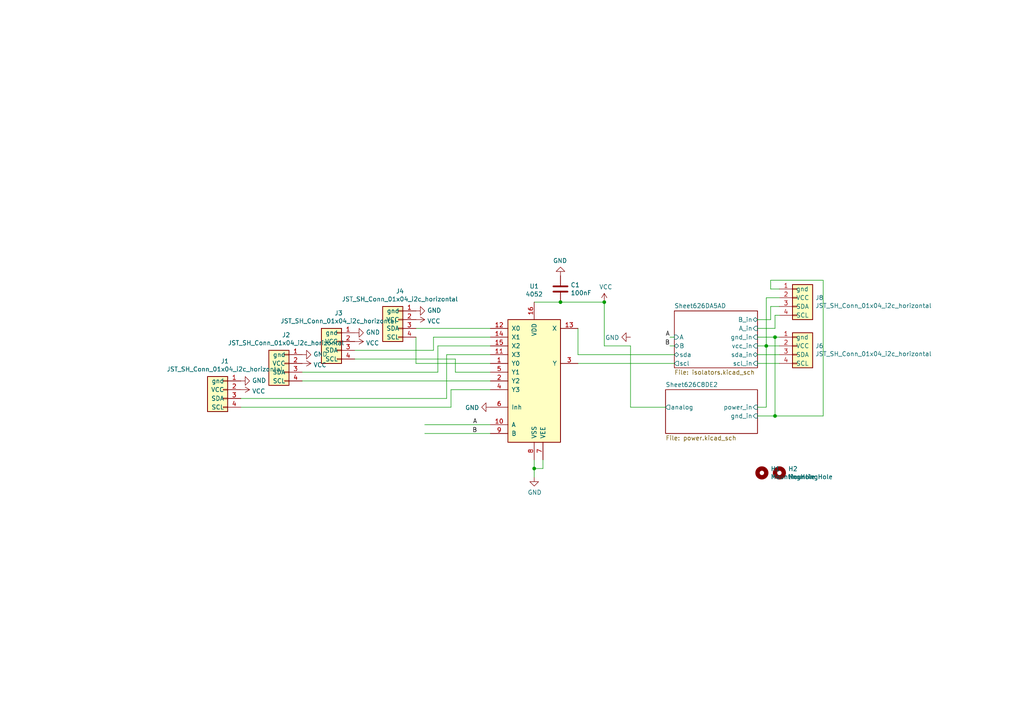
<source format=kicad_sch>
(kicad_sch (version 20211123) (generator eeschema)
  (paper "A4")
  (lib_symbols
    (symbol "0JLC:100nF" (pin_numbers hide) (pin_names (offset 0.254))
      (property "Reference" "C" (at 0.635 2.54 0))
      (property "Value" "0JLC_100nF" (at 0.635 -2.54 0))
      (symbol "100nF_0_1"
        (polyline (pts (xy -2.032 -0.762) (xy 2.032 -0.762)) (stroke (width 0.508)))
        (polyline (pts (xy -2.032 0.762) (xy 2.032 0.762)) (stroke (width 0.508)))
      )
      (symbol "100nF_1_1"
        (pin passive line (at 0 3.81 270) (length 2.794) (name "~") (number "1"))
        (pin passive line (at 0 -3.81 90) (length 2.794) (name "~") (number "2"))
      )
    )
    (symbol "0JLC:JST_SH_Conn_01x04_i2c_horizontal" (pin_names (offset 1.016))
      (property "Reference" "J" (at 0 5.08 0))
      (property "Value" "0JLC_JST_SH_Conn_01x04_i2c_horizontal" (at 0 -7.62 0))
      (symbol "JST_SH_Conn_01x04_i2c_horizontal_1_1"
        (rectangle (start -1.27 -4.953) (end 0 -5.207) (stroke (width 0.1524)))
        (rectangle (start -1.27 -2.413) (end 0 -2.667) (stroke (width 0.1524)))
        (rectangle (start -1.27 0.127) (end 0 -0.127) (stroke (width 0.1524)))
        (rectangle (start -1.27 2.667) (end 0 2.413) (stroke (width 0.1524)))
        (rectangle (start -1.27 3.81) (end 4.572 -6.35) (stroke (width 0.254)) (fill (type background)))
        (pin passive line (at -5.08 2.54 0) (length 3.81) (name "gnd") (number "1"))
        (pin passive line (at -5.08 0 0) (length 3.81) (name "VCC") (number "2"))
        (pin passive line (at -5.08 -2.54 0) (length 3.81) (name "SDA") (number "3"))
        (pin passive line (at -5.08 -5.08 0) (length 3.81) (name "SCL") (number "4"))
      )
    )
    (symbol "4xxx:4052" (pin_names (offset 1.016))
      (property "Reference" "U" (at -7.62 19.05 0))
      (property "Value" "4052" (at -7.62 -19.05 0))
      (symbol "4052_1_0"
        (pin passive line (at -12.7 5.08 0) (length 5.08) (name "Y0") (number "1"))
        (pin input line (at -12.7 -12.7 0) (length 5.08) (name "A") (number "10"))
        (pin passive line (at -12.7 7.62 0) (length 5.08) (name "X3") (number "11"))
        (pin passive line (at -12.7 15.24 0) (length 5.08) (name "X0") (number "12"))
        (pin passive line (at 12.7 15.24 180) (length 5.08) (name "X") (number "13"))
        (pin passive line (at -12.7 12.7 0) (length 5.08) (name "X1") (number "14"))
        (pin passive line (at -12.7 10.16 0) (length 5.08) (name "X2") (number "15"))
        (pin power_in line (at 0 22.86 270) (length 5.08) (name "VDD") (number "16"))
        (pin passive line (at -12.7 0 0) (length 5.08) (name "Y2") (number "2"))
        (pin passive line (at 12.7 5.08 180) (length 5.08) (name "Y") (number "3"))
        (pin passive line (at -12.7 -2.54 0) (length 5.08) (name "Y3") (number "4"))
        (pin passive line (at -12.7 2.54 0) (length 5.08) (name "Y1") (number "5"))
        (pin input line (at -12.7 -7.62 0) (length 5.08) (name "Inh") (number "6"))
        (pin power_in line (at 2.54 -22.86 90) (length 5.08) (name "VEE") (number "7"))
        (pin power_in line (at 0 -22.86 90) (length 5.08) (name "VSS") (number "8"))
        (pin input line (at -12.7 -15.24 0) (length 5.08) (name "B") (number "9"))
      )
      (symbol "4052_1_1"
        (rectangle (start -7.62 17.78) (end 7.62 -17.78) (stroke (width 0.254)) (fill (type background)))
      )
    )
    (symbol "Mechanical:MountingHole" (pin_names (offset 1.016))
      (property "Reference" "H" (at 0 5.08 0))
      (property "Value" "MountingHole" (at 0 3.175 0))
      (symbol "MountingHole_0_1"
        (circle (center 0 0) (radius 1.27) (stroke (width 1.27)))
      )
    )
    (symbol "power:GND" (power) (pin_names (offset 0))
      (property "Value" "GND" (at 0 -3.81 0))
      (symbol "GND_0_1"
        (polyline (pts (xy 0 0) (xy 0 -1.27) (xy 1.27 -1.27) (xy 0 -2.54) (xy -1.27 -1.27) (xy 0 -1.27)))
      )
      (symbol "GND_1_1"
        (pin power_in line (at 0 0 270) (length 0) hide (name "GND") (number "1"))
      )
    )
    (symbol "power:VCC" (power) (pin_names (offset 0))
      (property "Value" "VCC" (at 0 3.81 0))
      (symbol "VCC_0_1"
        (polyline (pts (xy -0.762 1.27) (xy 0 2.54)))
        (polyline (pts (xy 0 0) (xy 0 2.54)))
        (polyline (pts (xy 0 2.54) (xy 0.762 1.27)))
      )
      (symbol "VCC_1_1"
        (pin power_in line (at 0 0 90) (length 0) hide (name "VCC") (number "1"))
      )
    )
  )
  (junction (at 162.56 87.63))
  (junction (at 222.25 100.33))
  (junction (at 224.79 97.79))
  (junction (at 224.79 120.65))
  (junction (at 175.26 87.63))
  (junction (at 154.94 135.89))
  (wire (pts (xy 223.52 88.9) (xy 223.52 92.71)))
  (wire (pts (xy 142.24 97.79) (xy 125.73 97.79)))
  (wire (pts (xy 226.06 88.9) (xy 223.52 88.9)))
  (wire (pts (xy 222.25 118.11) (xy 219.71 118.11)))
  (wire (pts (xy 129.54 115.57) (xy 69.85 115.57)))
  (wire (pts (xy 167.64 95.25) (xy 167.64 102.87)))
  (wire (pts (xy 238.76 81.28) (xy 238.76 120.65)))
  (wire (pts (xy 219.71 97.79) (xy 224.79 97.79)))
  (wire (pts (xy 125.73 97.79) (xy 125.73 101.6)))
  (wire (pts (xy 87.63 110.49) (xy 142.24 110.49)))
  (wire (pts (xy 127 107.95) (xy 87.63 107.95)))
  (wire (pts (xy 222.25 86.36) (xy 222.25 100.33)))
  (wire (pts (xy 167.64 105.41) (xy 195.58 105.41)))
  (wire (pts (xy 132.08 104.14) (xy 132.08 107.95)))
  (wire (pts (xy 154.94 135.89) (xy 154.94 138.43)))
  (wire (pts (xy 175.26 100.33) (xy 182.88 100.33)))
  (wire (pts (xy 130.81 118.11) (xy 69.85 118.11)))
  (wire (pts (xy 226.06 105.41) (xy 219.71 105.41)))
  (wire (pts (xy 142.24 113.03) (xy 130.81 113.03)))
  (wire (pts (xy 167.64 102.87) (xy 195.58 102.87)))
  (wire (pts (xy 132.08 107.95) (xy 142.24 107.95)))
  (wire (pts (xy 224.79 97.79) (xy 226.06 97.79)))
  (wire (pts (xy 125.73 101.6) (xy 102.87 101.6)))
  (wire (pts (xy 226.06 100.33) (xy 222.25 100.33)))
  (wire (pts (xy 129.54 102.87) (xy 129.54 115.57)))
  (wire (pts (xy 224.79 91.44) (xy 224.79 95.25)))
  (wire (pts (xy 226.06 83.82) (xy 223.52 83.82)))
  (wire (pts (xy 154.94 87.63) (xy 162.56 87.63)))
  (wire (pts (xy 142.24 102.87) (xy 129.54 102.87)))
  (wire (pts (xy 154.94 133.35) (xy 154.94 135.89)))
  (wire (pts (xy 224.79 120.65) (xy 224.79 97.79)))
  (wire (pts (xy 223.52 92.71) (xy 219.71 92.71)))
  (wire (pts (xy 162.56 87.63) (xy 175.26 87.63)))
  (wire (pts (xy 175.26 87.63) (xy 175.26 100.33)))
  (wire (pts (xy 142.24 125.73) (xy 123.19 125.73)))
  (wire (pts (xy 182.88 100.33) (xy 182.88 118.11)))
  (wire (pts (xy 223.52 83.82) (xy 223.52 81.28)))
  (wire (pts (xy 157.48 135.89) (xy 154.94 135.89)))
  (wire (pts (xy 157.48 133.35) (xy 157.48 135.89)))
  (wire (pts (xy 226.06 91.44) (xy 224.79 91.44)))
  (wire (pts (xy 219.71 95.25) (xy 224.79 95.25)))
  (wire (pts (xy 222.25 100.33) (xy 219.71 100.33)))
  (wire (pts (xy 195.58 100.33) (xy 194.31 100.33)))
  (wire (pts (xy 130.81 113.03) (xy 130.81 118.11)))
  (wire (pts (xy 123.19 123.19) (xy 142.24 123.19)))
  (wire (pts (xy 182.88 118.11) (xy 193.04 118.11)))
  (wire (pts (xy 222.25 100.33) (xy 222.25 118.11)))
  (wire (pts (xy 142.24 95.25) (xy 120.65 95.25)))
  (wire (pts (xy 120.65 97.79) (xy 120.65 105.41)))
  (wire (pts (xy 142.24 100.33) (xy 127 100.33)))
  (wire (pts (xy 195.58 97.79) (xy 194.31 97.79)))
  (wire (pts (xy 120.65 105.41) (xy 142.24 105.41)))
  (wire (pts (xy 102.87 104.14) (xy 132.08 104.14)))
  (wire (pts (xy 219.71 120.65) (xy 224.79 120.65)))
  (wire (pts (xy 238.76 120.65) (xy 224.79 120.65)))
  (wire (pts (xy 127 100.33) (xy 127 107.95)))
  (wire (pts (xy 226.06 86.36) (xy 222.25 86.36)))
  (wire (pts (xy 226.06 102.87) (xy 219.71 102.87)))
  (wire (pts (xy 223.52 81.28) (xy 238.76 81.28)))
  (label "B" (at 138.43 125.73 180))
  (label "A" (at 194.31 97.79 180))
  (label "A" (at 138.43 123.19 180))
  (label "B" (at 194.31 100.33 180))
  (symbol (lib_id "4xxx:4052") (at 154.94 110.49 0) (unit 1)
    (property "Reference" "U1" (at 154.94 83.0326 0))
    (property "Value" "4052" (at 154.94 85.344 0))
    (property "Footprint" "Package_SO:TSSOP-16_4.4x5mm_P0.65mm" (effects hide))
    (property "Datasheet" "http://www.intersil.com/content/dam/Intersil/documents/cd40/cd4051bms-52bms-53bms.pdf" (effects hide))
    (property "LCSC" "C8142" (effects hide))
    (property "MPN" "SN74LV4052APWR" (effects hide))
  )
  (symbol (lib_id "0JLC:100nF") (at 162.56 83.82 0) (unit 1)
    (property "Reference" "C1" (at 165.481 82.6516 0) (effects (justify left)))
    (property "Value" "100nF" (at 165.481 84.963 0) (effects (justify left)))
    (property "Footprint" "Capacitor_SMD:C_0603_1608Metric_Pad1.05x0.95mm_HandSolder" (effects hide))
    (property "LCSC" "C14663" (effects hide))
    (property "MPN" "CC0603KRX7R9BB104" (effects hide))
  )
  (symbol (lib_id "power:VCC") (at 175.26 87.63 0) (unit 1)
    (property "Reference" "#PWR013" (effects hide))
    (property "Value" "VCC" (at 175.6918 83.2358 0))
  )
  (symbol (lib_id "power:GND") (at 162.56 80.01 180) (unit 1)
    (property "Reference" "#PWR012" (effects hide))
    (property "Value" "GND" (at 162.433 75.6158 0))
  )
  (symbol (lib_id "power:GND") (at 142.24 118.11 270) (unit 1)
    (property "Reference" "#PWR010" (effects hide))
    (property "Value" "GND" (at 138.9888 118.237 90) (effects (justify right)))
  )
  (symbol (lib_id "power:GND") (at 154.94 138.43 0) (unit 1)
    (property "Reference" "#PWR011" (effects hide))
    (property "Value" "GND" (at 155.067 142.8242 0))
  )
  (symbol (lib_id "0JLC:JST_SH_Conn_01x04_i2c_horizontal") (at 231.14 100.33 0) (unit 1)
    (property "Reference" "J6" (at 236.474 100.33 0) (effects (justify left)))
    (property "Value" "JST_SH_Conn_01x04_i2c_horizontal" (at 236.474 102.6414 0) (effects (justify left)))
    (property "Footprint" "Connector_JST:JST_SH_SM04B-SRSS-TB_1x04-1MP_P1.00mm_Horizontal" (effects hide))
    (property "LCSC" "C371571" (effects hide))
    (property "MPN" "A1001WR-S" (effects hide))
  )
  (symbol (lib_id "power:GND") (at 182.88 97.79 270) (unit 1)
    (property "Reference" "#PWR014" (effects hide))
    (property "Value" "GND" (at 179.6288 97.917 90) (effects (justify right)))
  )
  (symbol (lib_id "0JLC:JST_SH_Conn_01x04_i2c_horizontal") (at 115.57 92.71 0) (mirror y) (unit 1)
    (property "Reference" "J4" (at 116.0018 84.455 0))
    (property "Value" "JST_SH_Conn_01x04_i2c_horizontal" (at 116.0018 86.7664 0))
    (property "Footprint" "Connector_JST:JST_SH_SM04B-SRSS-TB_1x04-1MP_P1.00mm_Horizontal" (effects hide))
    (property "LCSC" "C371571" (effects hide))
    (property "MPN" "A1001WR-S" (effects hide))
  )
  (symbol (lib_id "0JLC:JST_SH_Conn_01x04_i2c_horizontal") (at 97.79 99.06 0) (mirror y) (unit 1)
    (property "Reference" "J3" (at 98.2218 90.805 0))
    (property "Value" "JST_SH_Conn_01x04_i2c_horizontal" (at 98.2218 93.1164 0))
    (property "Footprint" "Connector_JST:JST_SH_SM04B-SRSS-TB_1x04-1MP_P1.00mm_Horizontal" (effects hide))
    (property "LCSC" "C371571" (effects hide))
    (property "MPN" "A1001WR-S" (effects hide))
  )
  (symbol (lib_id "0JLC:JST_SH_Conn_01x04_i2c_horizontal") (at 82.55 105.41 0) (mirror y) (unit 1)
    (property "Reference" "J2" (at 82.9818 97.155 0))
    (property "Value" "JST_SH_Conn_01x04_i2c_horizontal" (at 82.9818 99.4664 0))
    (property "Footprint" "Connector_JST:JST_SH_SM04B-SRSS-TB_1x04-1MP_P1.00mm_Horizontal" (effects hide))
    (property "LCSC" "C371571" (effects hide))
    (property "MPN" "A1001WR-S" (effects hide))
  )
  (symbol (lib_id "0JLC:JST_SH_Conn_01x04_i2c_horizontal") (at 64.77 113.03 0) (mirror y) (unit 1)
    (property "Reference" "J1" (at 65.2018 104.775 0))
    (property "Value" "JST_SH_Conn_01x04_i2c_horizontal" (at 65.2018 107.0864 0))
    (property "Footprint" "Connector_JST:JST_SH_SM04B-SRSS-TB_1x04-1MP_P1.00mm_Horizontal" (effects hide))
    (property "LCSC" "C371571" (effects hide))
    (property "MPN" "A1001WR-S" (effects hide))
  )
  (symbol (lib_id "power:GND") (at 120.65 90.17 90) (unit 1)
    (property "Reference" "#PWR07" (effects hide))
    (property "Value" "GND" (at 123.9012 90.043 90) (effects (justify right)))
  )
  (symbol (lib_id "power:GND") (at 102.87 96.52 90) (unit 1)
    (property "Reference" "#PWR05" (effects hide))
    (property "Value" "GND" (at 106.1212 96.393 90) (effects (justify right)))
  )
  (symbol (lib_id "power:GND") (at 87.63 102.87 90) (unit 1)
    (property "Reference" "#PWR03" (effects hide))
    (property "Value" "GND" (at 90.8812 102.743 90) (effects (justify right)))
  )
  (symbol (lib_id "power:GND") (at 69.85 110.49 90) (unit 1)
    (property "Reference" "#PWR01" (effects hide))
    (property "Value" "GND" (at 73.1012 110.363 90) (effects (justify right)))
  )
  (symbol (lib_id "power:VCC") (at 120.65 92.71 270) (unit 1)
    (property "Reference" "#PWR08" (effects hide))
    (property "Value" "VCC" (at 123.9012 93.1418 90) (effects (justify left)))
  )
  (symbol (lib_id "power:VCC") (at 102.87 99.06 270) (unit 1)
    (property "Reference" "#PWR06" (effects hide))
    (property "Value" "VCC" (at 106.1212 99.4918 90) (effects (justify left)))
  )
  (symbol (lib_id "power:VCC") (at 87.63 105.41 270) (unit 1)
    (property "Reference" "#PWR04" (effects hide))
    (property "Value" "VCC" (at 90.8812 105.8418 90) (effects (justify left)))
  )
  (symbol (lib_id "power:VCC") (at 69.85 113.03 270) (unit 1)
    (property "Reference" "#PWR02" (effects hide))
    (property "Value" "VCC" (at 73.1012 113.4618 90) (effects (justify left)))
  )
  (symbol (lib_id "0JLC:JST_SH_Conn_01x04_i2c_horizontal") (at 231.14 86.36 0) (unit 1)
    (property "Reference" "J8" (at 236.474 86.36 0) (effects (justify left)))
    (property "Value" "JST_SH_Conn_01x04_i2c_horizontal" (at 236.474 88.6714 0) (effects (justify left)))
    (property "Footprint" "Connector_JST:JST_SH_SM04B-SRSS-TB_1x04-1MP_P1.00mm_Horizontal" (effects hide))
    (property "LCSC" "C371571" (effects hide))
    (property "MPN" "A1001WR-S" (effects hide))
  )
  (symbol (lib_id "Mechanical:MountingHole") (at 226.06 137.16 0) (unit 1)
    (property "Reference" "H2" (at 228.6 135.9916 0) (effects (justify left)))
    (property "Value" "MountingHole" (at 228.6 138.303 0) (effects (justify left)))
    (property "Footprint" "MountingHole:MountingHole_2.7mm_M2.5_Pad" (effects hide))
  )
  (symbol (lib_id "Mechanical:MountingHole") (at 220.98 137.16 0) (unit 1)
    (property "Reference" "H1" (at 223.52 135.9916 0) (effects (justify left)))
    (property "Value" "MountingHole" (at 223.52 138.303 0) (effects (justify left)))
    (property "Footprint" "MountingHole:MountingHole_2.7mm_M2.5_Pad" (effects hide))
  )
  (sheet (at 193.04 113.03) (size 26.67 12.7)
    (property "Sheet name" "Sheet626C8DE2" (at 193.04 112.3184 0) (effects (justify left bottom)))
    (property "Sheet file" "power.kicad_sch" (at 193.04 126.3146 0) (effects (justify left top)))
    (pin "analog" output (at 193.04 118.11 180))
    (pin "power_in" input (at 219.71 118.11 0))
    (pin "gnd_in" input (at 219.71 120.65 0))
  )
  (sheet (at 195.58 90.17) (size 24.13 16.51)
    (property "Sheet name" "Sheet626DA5AD" (at 195.58 89.4584 0) (effects (justify left bottom)))
    (property "Sheet file" "isolators.kicad_sch" (at 195.58 107.2646 0) (effects (justify left top)))
    (pin "scl_in" input (at 219.71 105.41 0))
    (pin "sda_in" bidirectional (at 219.71 102.87 0))
    (pin "vcc_in" input (at 219.71 100.33 0))
    (pin "gnd_in" input (at 219.71 97.79 0))
    (pin "scl" output (at 195.58 105.41 180))
    (pin "sda" bidirectional (at 195.58 102.87 180))
    (pin "B" bidirectional (at 195.58 100.33 180))
    (pin "A" input (at 195.58 97.79 180))
    (pin "B_in" bidirectional (at 219.71 92.71 0))
    (pin "A_in" input (at 219.71 95.25 0))
  )
)
</source>
